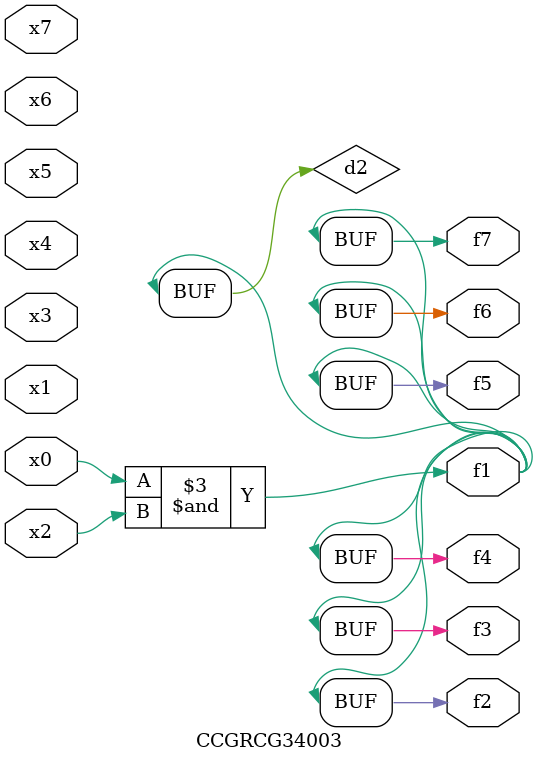
<source format=v>
module CCGRCG34003(
	input x0, x1, x2, x3, x4, x5, x6, x7,
	output f1, f2, f3, f4, f5, f6, f7
);

	wire d1, d2;

	nor (d1, x3, x6);
	and (d2, x0, x2);
	assign f1 = d2;
	assign f2 = d2;
	assign f3 = d2;
	assign f4 = d2;
	assign f5 = d2;
	assign f6 = d2;
	assign f7 = d2;
endmodule

</source>
